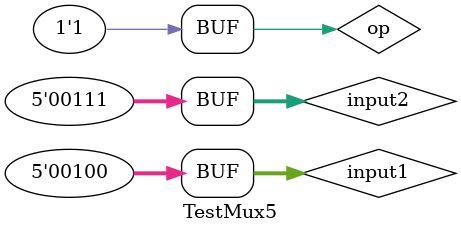
<source format=v>
`timescale 1ns / 1ps


module TestMux5;

	// Inputs
	reg [4:0] input1;
	reg [4:0] input2;
	reg op;

	// Outputs
	wire [4:0] out;

	// Instantiate the Unit Under Test (UUT)
	Mux_5 uut (
		.input1(input1), 
		.input2(input2), 
		.op(op), 
		.out(out)
	);

	initial begin
		// Initialize Inputs
		input1 = 0;
		input2 = 0;
		op = 0;

		// Wait 100 ns for global reset to finish
		#100;
		input1 = 5'b100;
		input2 = 5'b111;
		op = 1;
        
		// Add stimulus here

	end
      
endmodule


</source>
